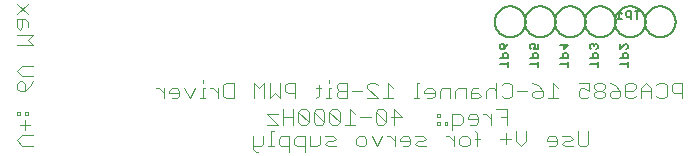
<source format=gbr>
G04 EAGLE Gerber RS-274X export*
G75*
%MOMM*%
%FSLAX34Y34*%
%LPD*%
%INSilkscreen Bottom*%
%IPPOS*%
%AMOC8*
5,1,8,0,0,1.08239X$1,22.5*%
G01*
%ADD10C,0.101600*%
%ADD11C,0.203200*%
%ADD12C,0.152400*%


D10*
X20077Y191008D02*
X11264Y191008D01*
X6858Y195414D01*
X11264Y199821D01*
X20077Y199821D01*
X13468Y204105D02*
X13468Y212918D01*
X17874Y208512D02*
X9061Y208512D01*
X15671Y217203D02*
X15671Y219406D01*
X13468Y219406D01*
X13468Y217203D01*
X15671Y217203D01*
X9061Y217203D02*
X9061Y219406D01*
X6858Y219406D01*
X6858Y217203D01*
X9061Y217203D01*
X17874Y241255D02*
X20077Y245661D01*
X17874Y241255D02*
X13468Y236848D01*
X9061Y236848D01*
X6858Y239052D01*
X6858Y243458D01*
X9061Y245661D01*
X11264Y245661D01*
X13468Y243458D01*
X13468Y236848D01*
X11264Y249946D02*
X20077Y249946D01*
X11264Y249946D02*
X6858Y254352D01*
X11264Y258758D01*
X20077Y258758D01*
X20077Y276140D02*
X6858Y276140D01*
X15671Y280547D02*
X20077Y276140D01*
X15671Y280547D02*
X20077Y284953D01*
X6858Y284953D01*
X15671Y291441D02*
X15671Y295847D01*
X13468Y298050D01*
X6858Y298050D01*
X6858Y291441D01*
X9061Y289237D01*
X11264Y291441D01*
X11264Y298050D01*
X15671Y302335D02*
X6858Y311147D01*
X6858Y302335D02*
X15671Y311147D01*
X490272Y203465D02*
X490272Y192449D01*
X488069Y190246D01*
X483662Y190246D01*
X481459Y192449D01*
X481459Y203465D01*
X477175Y190246D02*
X470565Y190246D01*
X468362Y192449D01*
X470565Y194652D01*
X474972Y194652D01*
X477175Y196856D01*
X474972Y199059D01*
X468362Y199059D01*
X461874Y190246D02*
X457468Y190246D01*
X461874Y190246D02*
X464078Y192449D01*
X464078Y196856D01*
X461874Y199059D01*
X457468Y199059D01*
X455265Y196856D01*
X455265Y194652D01*
X464078Y194652D01*
X437883Y194652D02*
X437883Y203465D01*
X437883Y194652D02*
X433477Y190246D01*
X429070Y194652D01*
X429070Y203465D01*
X424786Y196856D02*
X415973Y196856D01*
X420379Y201262D02*
X420379Y192449D01*
X396388Y190246D02*
X396388Y201262D01*
X394185Y203465D01*
X394185Y196856D02*
X398591Y196856D01*
X387657Y190246D02*
X383250Y190246D01*
X381047Y192449D01*
X381047Y196856D01*
X383250Y199059D01*
X387657Y199059D01*
X389860Y196856D01*
X389860Y192449D01*
X387657Y190246D01*
X376763Y190246D02*
X376763Y199059D01*
X376763Y194652D02*
X372356Y199059D01*
X370153Y199059D01*
X352751Y190246D02*
X346141Y190246D01*
X343938Y192449D01*
X346141Y194652D01*
X350548Y194652D01*
X352751Y196856D01*
X350548Y199059D01*
X343938Y199059D01*
X337450Y190246D02*
X333044Y190246D01*
X337450Y190246D02*
X339654Y192449D01*
X339654Y196856D01*
X337450Y199059D01*
X333044Y199059D01*
X330841Y196856D01*
X330841Y194652D01*
X339654Y194652D01*
X326556Y190246D02*
X326556Y199059D01*
X322150Y199059D02*
X326556Y194652D01*
X322150Y199059D02*
X319947Y199059D01*
X315642Y199059D02*
X311236Y190246D01*
X306829Y199059D01*
X300342Y190246D02*
X295935Y190246D01*
X293732Y192449D01*
X293732Y196856D01*
X295935Y199059D01*
X300342Y199059D01*
X302545Y196856D01*
X302545Y192449D01*
X300342Y190246D01*
X276350Y190246D02*
X269741Y190246D01*
X267537Y192449D01*
X269741Y194652D01*
X274147Y194652D01*
X276350Y196856D01*
X274147Y199059D01*
X267537Y199059D01*
X263253Y199059D02*
X263253Y192449D01*
X261050Y190246D01*
X254440Y190246D01*
X254440Y199059D01*
X250156Y199059D02*
X250156Y185840D01*
X250156Y199059D02*
X243546Y199059D01*
X241343Y196856D01*
X241343Y192449D01*
X243546Y190246D01*
X250156Y190246D01*
X237059Y185840D02*
X237059Y199059D01*
X230449Y199059D01*
X228246Y196856D01*
X228246Y192449D01*
X230449Y190246D01*
X237059Y190246D01*
X223961Y203465D02*
X221758Y203465D01*
X221758Y190246D01*
X223961Y190246D02*
X219555Y190246D01*
X215230Y192449D02*
X215230Y199059D01*
X215230Y192449D02*
X213027Y190246D01*
X206417Y190246D01*
X206417Y188043D02*
X206417Y199059D01*
X206417Y188043D02*
X208620Y185840D01*
X210823Y185840D01*
X569769Y230886D02*
X569769Y244105D01*
X563159Y244105D01*
X560956Y241902D01*
X560956Y237496D01*
X563159Y235292D01*
X569769Y235292D01*
X550062Y244105D02*
X547858Y241902D01*
X550062Y244105D02*
X554468Y244105D01*
X556671Y241902D01*
X556671Y233089D01*
X554468Y230886D01*
X550062Y230886D01*
X547858Y233089D01*
X543574Y230886D02*
X543574Y239699D01*
X539168Y244105D01*
X534761Y239699D01*
X534761Y230886D01*
X534761Y237496D02*
X543574Y237496D01*
X530477Y233089D02*
X528274Y230886D01*
X523867Y230886D01*
X521664Y233089D01*
X521664Y241902D01*
X523867Y244105D01*
X528274Y244105D01*
X530477Y241902D01*
X530477Y239699D01*
X528274Y237496D01*
X521664Y237496D01*
X512973Y241902D02*
X508567Y244105D01*
X512973Y241902D02*
X517380Y237496D01*
X517380Y233089D01*
X515176Y230886D01*
X510770Y230886D01*
X508567Y233089D01*
X508567Y235292D01*
X510770Y237496D01*
X517380Y237496D01*
X504282Y241902D02*
X502079Y244105D01*
X497673Y244105D01*
X495469Y241902D01*
X495469Y239699D01*
X497673Y237496D01*
X495469Y235292D01*
X495469Y233089D01*
X497673Y230886D01*
X502079Y230886D01*
X504282Y233089D01*
X504282Y235292D01*
X502079Y237496D01*
X504282Y239699D01*
X504282Y241902D01*
X502079Y237496D02*
X497673Y237496D01*
X491185Y244105D02*
X482372Y244105D01*
X491185Y244105D02*
X491185Y237496D01*
X486779Y239699D01*
X484575Y239699D01*
X482372Y237496D01*
X482372Y233089D01*
X484575Y230886D01*
X488982Y230886D01*
X491185Y233089D01*
X464991Y239699D02*
X460584Y244105D01*
X460584Y230886D01*
X456178Y230886D02*
X464991Y230886D01*
X447487Y241902D02*
X443080Y244105D01*
X447487Y241902D02*
X451893Y237496D01*
X451893Y233089D01*
X449690Y230886D01*
X445284Y230886D01*
X443080Y233089D01*
X443080Y235292D01*
X445284Y237496D01*
X451893Y237496D01*
X438796Y237496D02*
X429983Y237496D01*
X419089Y244105D02*
X416886Y241902D01*
X419089Y244105D02*
X423496Y244105D01*
X425699Y241902D01*
X425699Y233089D01*
X423496Y230886D01*
X419089Y230886D01*
X416886Y233089D01*
X412602Y230886D02*
X412602Y244105D01*
X410398Y239699D02*
X412602Y237496D01*
X410398Y239699D02*
X405992Y239699D01*
X403789Y237496D01*
X403789Y230886D01*
X397301Y239699D02*
X392895Y239699D01*
X390691Y237496D01*
X390691Y230886D01*
X397301Y230886D01*
X399504Y233089D01*
X397301Y235292D01*
X390691Y235292D01*
X386407Y230886D02*
X386407Y239699D01*
X379797Y239699D01*
X377594Y237496D01*
X377594Y230886D01*
X373310Y230886D02*
X373310Y239699D01*
X366700Y239699D01*
X364497Y237496D01*
X364497Y230886D01*
X358009Y230886D02*
X353603Y230886D01*
X358009Y230886D02*
X360213Y233089D01*
X360213Y237496D01*
X358009Y239699D01*
X353603Y239699D01*
X351400Y237496D01*
X351400Y235292D01*
X360213Y235292D01*
X347115Y244105D02*
X344912Y244105D01*
X344912Y230886D01*
X347115Y230886D02*
X342709Y230886D01*
X325287Y239699D02*
X320880Y244105D01*
X320880Y230886D01*
X316474Y230886D02*
X325287Y230886D01*
X312189Y230886D02*
X303376Y230886D01*
X312189Y230886D02*
X303376Y239699D01*
X303376Y241902D01*
X305580Y244105D01*
X309986Y244105D01*
X312189Y241902D01*
X299092Y237496D02*
X290279Y237496D01*
X285995Y230886D02*
X285995Y244105D01*
X279385Y244105D01*
X277182Y241902D01*
X277182Y239699D01*
X279385Y237496D01*
X277182Y235292D01*
X277182Y233089D01*
X279385Y230886D01*
X285995Y230886D01*
X285995Y237496D02*
X279385Y237496D01*
X272898Y239699D02*
X270694Y239699D01*
X270694Y230886D01*
X268491Y230886D02*
X272898Y230886D01*
X270694Y244105D02*
X270694Y246309D01*
X261963Y241902D02*
X261963Y233089D01*
X259760Y230886D01*
X259760Y239699D02*
X264166Y239699D01*
X242337Y244105D02*
X242337Y230886D01*
X242337Y244105D02*
X235728Y244105D01*
X233524Y241902D01*
X233524Y237496D01*
X235728Y235292D01*
X242337Y235292D01*
X229240Y230886D02*
X229240Y244105D01*
X224834Y235292D02*
X229240Y230886D01*
X224834Y235292D02*
X220427Y230886D01*
X220427Y244105D01*
X216143Y244105D02*
X216143Y230886D01*
X211736Y239699D02*
X216143Y244105D01*
X211736Y239699D02*
X207330Y244105D01*
X207330Y230886D01*
X189948Y230886D02*
X189948Y244105D01*
X189948Y230886D02*
X183339Y230886D01*
X181135Y233089D01*
X181135Y241902D01*
X183339Y244105D01*
X189948Y244105D01*
X176851Y239699D02*
X176851Y230886D01*
X176851Y235292D02*
X172445Y239699D01*
X170241Y239699D01*
X165937Y239699D02*
X163733Y239699D01*
X163733Y230886D01*
X161530Y230886D02*
X165937Y230886D01*
X163733Y244105D02*
X163733Y246309D01*
X157205Y239699D02*
X152799Y230886D01*
X148392Y239699D01*
X141905Y230886D02*
X137498Y230886D01*
X141905Y230886D02*
X144108Y233089D01*
X144108Y237496D01*
X141905Y239699D01*
X137498Y239699D01*
X135295Y237496D01*
X135295Y235292D01*
X144108Y235292D01*
X131011Y230886D02*
X131011Y239699D01*
X131011Y235292D02*
X126604Y239699D01*
X124401Y239699D01*
X421132Y222007D02*
X421132Y208788D01*
X421132Y222007D02*
X412319Y222007D01*
X416726Y215398D02*
X421132Y215398D01*
X408035Y217601D02*
X408035Y208788D01*
X408035Y213194D02*
X403628Y217601D01*
X401425Y217601D01*
X394917Y208788D02*
X390511Y208788D01*
X394917Y208788D02*
X397120Y210991D01*
X397120Y215398D01*
X394917Y217601D01*
X390511Y217601D01*
X388308Y215398D01*
X388308Y213194D01*
X397120Y213194D01*
X375210Y217601D02*
X375210Y204382D01*
X375210Y217601D02*
X381820Y217601D01*
X384023Y215398D01*
X384023Y210991D01*
X381820Y208788D01*
X375210Y208788D01*
X370926Y208788D02*
X370926Y210991D01*
X368723Y210991D01*
X368723Y208788D01*
X370926Y208788D01*
X364377Y217601D02*
X362174Y217601D01*
X362174Y215398D01*
X364377Y215398D01*
X364377Y217601D01*
X364377Y210991D02*
X362174Y210991D01*
X362174Y208788D01*
X364377Y208788D01*
X364377Y210991D01*
X325622Y208788D02*
X325622Y222007D01*
X332232Y215398D01*
X323419Y215398D01*
X319135Y219804D02*
X319135Y210991D01*
X319135Y219804D02*
X316932Y222007D01*
X312525Y222007D01*
X310322Y219804D01*
X310322Y210991D01*
X312525Y208788D01*
X316932Y208788D01*
X319135Y210991D01*
X310322Y219804D01*
X306038Y215398D02*
X297225Y215398D01*
X292940Y217601D02*
X288534Y222007D01*
X288534Y208788D01*
X292940Y208788D02*
X284127Y208788D01*
X279843Y210991D02*
X279843Y219804D01*
X277640Y222007D01*
X273233Y222007D01*
X271030Y219804D01*
X271030Y210991D01*
X273233Y208788D01*
X277640Y208788D01*
X279843Y210991D01*
X271030Y219804D01*
X266746Y219804D02*
X266746Y210991D01*
X266746Y219804D02*
X264543Y222007D01*
X260136Y222007D01*
X257933Y219804D01*
X257933Y210991D01*
X260136Y208788D01*
X264543Y208788D01*
X266746Y210991D01*
X257933Y219804D01*
X253649Y219804D02*
X253649Y210991D01*
X253649Y219804D02*
X251445Y222007D01*
X247039Y222007D01*
X244836Y219804D01*
X244836Y210991D01*
X247039Y208788D01*
X251445Y208788D01*
X253649Y210991D01*
X244836Y219804D01*
X240551Y222007D02*
X240551Y208788D01*
X240551Y215398D02*
X231738Y215398D01*
X231738Y222007D02*
X231738Y208788D01*
X227454Y217601D02*
X218641Y217601D01*
X227454Y208788D01*
X218641Y208788D01*
D11*
X538151Y295910D02*
X538155Y296230D01*
X538167Y296549D01*
X538186Y296868D01*
X538214Y297187D01*
X538249Y297505D01*
X538292Y297822D01*
X538343Y298137D01*
X538401Y298452D01*
X538468Y298765D01*
X538541Y299076D01*
X538623Y299385D01*
X538712Y299692D01*
X538809Y299997D01*
X538913Y300299D01*
X539024Y300599D01*
X539143Y300896D01*
X539269Y301190D01*
X539402Y301481D01*
X539542Y301768D01*
X539689Y302052D01*
X539844Y302332D01*
X540005Y302608D01*
X540172Y302880D01*
X540347Y303149D01*
X540528Y303412D01*
X540715Y303671D01*
X540909Y303926D01*
X541108Y304176D01*
X541314Y304420D01*
X541526Y304660D01*
X541744Y304894D01*
X541967Y305123D01*
X542196Y305346D01*
X542430Y305564D01*
X542670Y305776D01*
X542914Y305982D01*
X543164Y306181D01*
X543419Y306375D01*
X543678Y306562D01*
X543941Y306743D01*
X544210Y306918D01*
X544482Y307085D01*
X544758Y307246D01*
X545038Y307401D01*
X545322Y307548D01*
X545609Y307688D01*
X545900Y307821D01*
X546194Y307947D01*
X546491Y308066D01*
X546791Y308177D01*
X547093Y308281D01*
X547398Y308378D01*
X547705Y308467D01*
X548014Y308549D01*
X548325Y308622D01*
X548638Y308689D01*
X548953Y308747D01*
X549268Y308798D01*
X549585Y308841D01*
X549903Y308876D01*
X550222Y308904D01*
X550541Y308923D01*
X550860Y308935D01*
X551180Y308939D01*
X551500Y308935D01*
X551819Y308923D01*
X552138Y308904D01*
X552457Y308876D01*
X552775Y308841D01*
X553092Y308798D01*
X553407Y308747D01*
X553722Y308689D01*
X554035Y308622D01*
X554346Y308549D01*
X554655Y308467D01*
X554962Y308378D01*
X555267Y308281D01*
X555569Y308177D01*
X555869Y308066D01*
X556166Y307947D01*
X556460Y307821D01*
X556751Y307688D01*
X557038Y307548D01*
X557322Y307401D01*
X557602Y307246D01*
X557878Y307085D01*
X558150Y306918D01*
X558419Y306743D01*
X558682Y306562D01*
X558941Y306375D01*
X559196Y306181D01*
X559446Y305982D01*
X559690Y305776D01*
X559930Y305564D01*
X560164Y305346D01*
X560393Y305123D01*
X560616Y304894D01*
X560834Y304660D01*
X561046Y304420D01*
X561252Y304176D01*
X561451Y303926D01*
X561645Y303671D01*
X561832Y303412D01*
X562013Y303149D01*
X562188Y302880D01*
X562355Y302608D01*
X562516Y302332D01*
X562671Y302052D01*
X562818Y301768D01*
X562958Y301481D01*
X563091Y301190D01*
X563217Y300896D01*
X563336Y300599D01*
X563447Y300299D01*
X563551Y299997D01*
X563648Y299692D01*
X563737Y299385D01*
X563819Y299076D01*
X563892Y298765D01*
X563959Y298452D01*
X564017Y298137D01*
X564068Y297822D01*
X564111Y297505D01*
X564146Y297187D01*
X564174Y296868D01*
X564193Y296549D01*
X564205Y296230D01*
X564209Y295910D01*
X564205Y295590D01*
X564193Y295271D01*
X564174Y294952D01*
X564146Y294633D01*
X564111Y294315D01*
X564068Y293998D01*
X564017Y293683D01*
X563959Y293368D01*
X563892Y293055D01*
X563819Y292744D01*
X563737Y292435D01*
X563648Y292128D01*
X563551Y291823D01*
X563447Y291521D01*
X563336Y291221D01*
X563217Y290924D01*
X563091Y290630D01*
X562958Y290339D01*
X562818Y290052D01*
X562671Y289768D01*
X562516Y289488D01*
X562355Y289212D01*
X562188Y288940D01*
X562013Y288671D01*
X561832Y288408D01*
X561645Y288149D01*
X561451Y287894D01*
X561252Y287644D01*
X561046Y287400D01*
X560834Y287160D01*
X560616Y286926D01*
X560393Y286697D01*
X560164Y286474D01*
X559930Y286256D01*
X559690Y286044D01*
X559446Y285838D01*
X559196Y285639D01*
X558941Y285445D01*
X558682Y285258D01*
X558419Y285077D01*
X558150Y284902D01*
X557878Y284735D01*
X557602Y284574D01*
X557322Y284419D01*
X557038Y284272D01*
X556751Y284132D01*
X556460Y283999D01*
X556166Y283873D01*
X555869Y283754D01*
X555569Y283643D01*
X555267Y283539D01*
X554962Y283442D01*
X554655Y283353D01*
X554346Y283271D01*
X554035Y283198D01*
X553722Y283131D01*
X553407Y283073D01*
X553092Y283022D01*
X552775Y282979D01*
X552457Y282944D01*
X552138Y282916D01*
X551819Y282897D01*
X551500Y282885D01*
X551180Y282881D01*
X550860Y282885D01*
X550541Y282897D01*
X550222Y282916D01*
X549903Y282944D01*
X549585Y282979D01*
X549268Y283022D01*
X548953Y283073D01*
X548638Y283131D01*
X548325Y283198D01*
X548014Y283271D01*
X547705Y283353D01*
X547398Y283442D01*
X547093Y283539D01*
X546791Y283643D01*
X546491Y283754D01*
X546194Y283873D01*
X545900Y283999D01*
X545609Y284132D01*
X545322Y284272D01*
X545038Y284419D01*
X544758Y284574D01*
X544482Y284735D01*
X544210Y284902D01*
X543941Y285077D01*
X543678Y285258D01*
X543419Y285445D01*
X543164Y285639D01*
X542914Y285838D01*
X542670Y286044D01*
X542430Y286256D01*
X542196Y286474D01*
X541967Y286697D01*
X541744Y286926D01*
X541526Y287160D01*
X541314Y287400D01*
X541108Y287644D01*
X540909Y287894D01*
X540715Y288149D01*
X540528Y288408D01*
X540347Y288671D01*
X540172Y288940D01*
X540005Y289212D01*
X539844Y289488D01*
X539689Y289768D01*
X539542Y290052D01*
X539402Y290339D01*
X539269Y290630D01*
X539143Y290924D01*
X539024Y291221D01*
X538913Y291521D01*
X538809Y291823D01*
X538712Y292128D01*
X538623Y292435D01*
X538541Y292744D01*
X538468Y293055D01*
X538401Y293368D01*
X538343Y293683D01*
X538292Y293998D01*
X538249Y294315D01*
X538214Y294633D01*
X538186Y294952D01*
X538167Y295271D01*
X538155Y295590D01*
X538151Y295910D01*
D12*
X531705Y297942D02*
X531705Y304552D01*
X533908Y304552D02*
X529502Y304552D01*
X526424Y304552D02*
X526424Y297942D01*
X526424Y304552D02*
X523119Y304552D01*
X522017Y303450D01*
X522017Y301247D01*
X523119Y300145D01*
X526424Y300145D01*
X518940Y302348D02*
X516737Y304552D01*
X516737Y297942D01*
X518940Y297942D02*
X514533Y297942D01*
D11*
X512751Y295910D02*
X512755Y296230D01*
X512767Y296549D01*
X512786Y296868D01*
X512814Y297187D01*
X512849Y297505D01*
X512892Y297822D01*
X512943Y298137D01*
X513001Y298452D01*
X513068Y298765D01*
X513141Y299076D01*
X513223Y299385D01*
X513312Y299692D01*
X513409Y299997D01*
X513513Y300299D01*
X513624Y300599D01*
X513743Y300896D01*
X513869Y301190D01*
X514002Y301481D01*
X514142Y301768D01*
X514289Y302052D01*
X514444Y302332D01*
X514605Y302608D01*
X514772Y302880D01*
X514947Y303149D01*
X515128Y303412D01*
X515315Y303671D01*
X515509Y303926D01*
X515708Y304176D01*
X515914Y304420D01*
X516126Y304660D01*
X516344Y304894D01*
X516567Y305123D01*
X516796Y305346D01*
X517030Y305564D01*
X517270Y305776D01*
X517514Y305982D01*
X517764Y306181D01*
X518019Y306375D01*
X518278Y306562D01*
X518541Y306743D01*
X518810Y306918D01*
X519082Y307085D01*
X519358Y307246D01*
X519638Y307401D01*
X519922Y307548D01*
X520209Y307688D01*
X520500Y307821D01*
X520794Y307947D01*
X521091Y308066D01*
X521391Y308177D01*
X521693Y308281D01*
X521998Y308378D01*
X522305Y308467D01*
X522614Y308549D01*
X522925Y308622D01*
X523238Y308689D01*
X523553Y308747D01*
X523868Y308798D01*
X524185Y308841D01*
X524503Y308876D01*
X524822Y308904D01*
X525141Y308923D01*
X525460Y308935D01*
X525780Y308939D01*
X526100Y308935D01*
X526419Y308923D01*
X526738Y308904D01*
X527057Y308876D01*
X527375Y308841D01*
X527692Y308798D01*
X528007Y308747D01*
X528322Y308689D01*
X528635Y308622D01*
X528946Y308549D01*
X529255Y308467D01*
X529562Y308378D01*
X529867Y308281D01*
X530169Y308177D01*
X530469Y308066D01*
X530766Y307947D01*
X531060Y307821D01*
X531351Y307688D01*
X531638Y307548D01*
X531922Y307401D01*
X532202Y307246D01*
X532478Y307085D01*
X532750Y306918D01*
X533019Y306743D01*
X533282Y306562D01*
X533541Y306375D01*
X533796Y306181D01*
X534046Y305982D01*
X534290Y305776D01*
X534530Y305564D01*
X534764Y305346D01*
X534993Y305123D01*
X535216Y304894D01*
X535434Y304660D01*
X535646Y304420D01*
X535852Y304176D01*
X536051Y303926D01*
X536245Y303671D01*
X536432Y303412D01*
X536613Y303149D01*
X536788Y302880D01*
X536955Y302608D01*
X537116Y302332D01*
X537271Y302052D01*
X537418Y301768D01*
X537558Y301481D01*
X537691Y301190D01*
X537817Y300896D01*
X537936Y300599D01*
X538047Y300299D01*
X538151Y299997D01*
X538248Y299692D01*
X538337Y299385D01*
X538419Y299076D01*
X538492Y298765D01*
X538559Y298452D01*
X538617Y298137D01*
X538668Y297822D01*
X538711Y297505D01*
X538746Y297187D01*
X538774Y296868D01*
X538793Y296549D01*
X538805Y296230D01*
X538809Y295910D01*
X538805Y295590D01*
X538793Y295271D01*
X538774Y294952D01*
X538746Y294633D01*
X538711Y294315D01*
X538668Y293998D01*
X538617Y293683D01*
X538559Y293368D01*
X538492Y293055D01*
X538419Y292744D01*
X538337Y292435D01*
X538248Y292128D01*
X538151Y291823D01*
X538047Y291521D01*
X537936Y291221D01*
X537817Y290924D01*
X537691Y290630D01*
X537558Y290339D01*
X537418Y290052D01*
X537271Y289768D01*
X537116Y289488D01*
X536955Y289212D01*
X536788Y288940D01*
X536613Y288671D01*
X536432Y288408D01*
X536245Y288149D01*
X536051Y287894D01*
X535852Y287644D01*
X535646Y287400D01*
X535434Y287160D01*
X535216Y286926D01*
X534993Y286697D01*
X534764Y286474D01*
X534530Y286256D01*
X534290Y286044D01*
X534046Y285838D01*
X533796Y285639D01*
X533541Y285445D01*
X533282Y285258D01*
X533019Y285077D01*
X532750Y284902D01*
X532478Y284735D01*
X532202Y284574D01*
X531922Y284419D01*
X531638Y284272D01*
X531351Y284132D01*
X531060Y283999D01*
X530766Y283873D01*
X530469Y283754D01*
X530169Y283643D01*
X529867Y283539D01*
X529562Y283442D01*
X529255Y283353D01*
X528946Y283271D01*
X528635Y283198D01*
X528322Y283131D01*
X528007Y283073D01*
X527692Y283022D01*
X527375Y282979D01*
X527057Y282944D01*
X526738Y282916D01*
X526419Y282897D01*
X526100Y282885D01*
X525780Y282881D01*
X525460Y282885D01*
X525141Y282897D01*
X524822Y282916D01*
X524503Y282944D01*
X524185Y282979D01*
X523868Y283022D01*
X523553Y283073D01*
X523238Y283131D01*
X522925Y283198D01*
X522614Y283271D01*
X522305Y283353D01*
X521998Y283442D01*
X521693Y283539D01*
X521391Y283643D01*
X521091Y283754D01*
X520794Y283873D01*
X520500Y283999D01*
X520209Y284132D01*
X519922Y284272D01*
X519638Y284419D01*
X519358Y284574D01*
X519082Y284735D01*
X518810Y284902D01*
X518541Y285077D01*
X518278Y285258D01*
X518019Y285445D01*
X517764Y285639D01*
X517514Y285838D01*
X517270Y286044D01*
X517030Y286256D01*
X516796Y286474D01*
X516567Y286697D01*
X516344Y286926D01*
X516126Y287160D01*
X515914Y287400D01*
X515708Y287644D01*
X515509Y287894D01*
X515315Y288149D01*
X515128Y288408D01*
X514947Y288671D01*
X514772Y288940D01*
X514605Y289212D01*
X514444Y289488D01*
X514289Y289768D01*
X514142Y290052D01*
X514002Y290339D01*
X513869Y290630D01*
X513743Y290924D01*
X513624Y291221D01*
X513513Y291521D01*
X513409Y291823D01*
X513312Y292128D01*
X513223Y292435D01*
X513141Y292744D01*
X513068Y293055D01*
X513001Y293368D01*
X512943Y293683D01*
X512892Y293998D01*
X512849Y294315D01*
X512814Y294633D01*
X512786Y294952D01*
X512767Y295271D01*
X512755Y295590D01*
X512751Y295910D01*
D12*
X517144Y259913D02*
X523754Y259913D01*
X523754Y257710D02*
X523754Y262116D01*
X523754Y265194D02*
X517144Y265194D01*
X523754Y265194D02*
X523754Y268499D01*
X522652Y269600D01*
X520449Y269600D01*
X519347Y268499D01*
X519347Y265194D01*
X517144Y272678D02*
X517144Y277084D01*
X517144Y272678D02*
X521550Y277084D01*
X522652Y277084D01*
X523754Y275983D01*
X523754Y273779D01*
X522652Y272678D01*
D11*
X487351Y295910D02*
X487355Y296230D01*
X487367Y296549D01*
X487386Y296868D01*
X487414Y297187D01*
X487449Y297505D01*
X487492Y297822D01*
X487543Y298137D01*
X487601Y298452D01*
X487668Y298765D01*
X487741Y299076D01*
X487823Y299385D01*
X487912Y299692D01*
X488009Y299997D01*
X488113Y300299D01*
X488224Y300599D01*
X488343Y300896D01*
X488469Y301190D01*
X488602Y301481D01*
X488742Y301768D01*
X488889Y302052D01*
X489044Y302332D01*
X489205Y302608D01*
X489372Y302880D01*
X489547Y303149D01*
X489728Y303412D01*
X489915Y303671D01*
X490109Y303926D01*
X490308Y304176D01*
X490514Y304420D01*
X490726Y304660D01*
X490944Y304894D01*
X491167Y305123D01*
X491396Y305346D01*
X491630Y305564D01*
X491870Y305776D01*
X492114Y305982D01*
X492364Y306181D01*
X492619Y306375D01*
X492878Y306562D01*
X493141Y306743D01*
X493410Y306918D01*
X493682Y307085D01*
X493958Y307246D01*
X494238Y307401D01*
X494522Y307548D01*
X494809Y307688D01*
X495100Y307821D01*
X495394Y307947D01*
X495691Y308066D01*
X495991Y308177D01*
X496293Y308281D01*
X496598Y308378D01*
X496905Y308467D01*
X497214Y308549D01*
X497525Y308622D01*
X497838Y308689D01*
X498153Y308747D01*
X498468Y308798D01*
X498785Y308841D01*
X499103Y308876D01*
X499422Y308904D01*
X499741Y308923D01*
X500060Y308935D01*
X500380Y308939D01*
X500700Y308935D01*
X501019Y308923D01*
X501338Y308904D01*
X501657Y308876D01*
X501975Y308841D01*
X502292Y308798D01*
X502607Y308747D01*
X502922Y308689D01*
X503235Y308622D01*
X503546Y308549D01*
X503855Y308467D01*
X504162Y308378D01*
X504467Y308281D01*
X504769Y308177D01*
X505069Y308066D01*
X505366Y307947D01*
X505660Y307821D01*
X505951Y307688D01*
X506238Y307548D01*
X506522Y307401D01*
X506802Y307246D01*
X507078Y307085D01*
X507350Y306918D01*
X507619Y306743D01*
X507882Y306562D01*
X508141Y306375D01*
X508396Y306181D01*
X508646Y305982D01*
X508890Y305776D01*
X509130Y305564D01*
X509364Y305346D01*
X509593Y305123D01*
X509816Y304894D01*
X510034Y304660D01*
X510246Y304420D01*
X510452Y304176D01*
X510651Y303926D01*
X510845Y303671D01*
X511032Y303412D01*
X511213Y303149D01*
X511388Y302880D01*
X511555Y302608D01*
X511716Y302332D01*
X511871Y302052D01*
X512018Y301768D01*
X512158Y301481D01*
X512291Y301190D01*
X512417Y300896D01*
X512536Y300599D01*
X512647Y300299D01*
X512751Y299997D01*
X512848Y299692D01*
X512937Y299385D01*
X513019Y299076D01*
X513092Y298765D01*
X513159Y298452D01*
X513217Y298137D01*
X513268Y297822D01*
X513311Y297505D01*
X513346Y297187D01*
X513374Y296868D01*
X513393Y296549D01*
X513405Y296230D01*
X513409Y295910D01*
X513405Y295590D01*
X513393Y295271D01*
X513374Y294952D01*
X513346Y294633D01*
X513311Y294315D01*
X513268Y293998D01*
X513217Y293683D01*
X513159Y293368D01*
X513092Y293055D01*
X513019Y292744D01*
X512937Y292435D01*
X512848Y292128D01*
X512751Y291823D01*
X512647Y291521D01*
X512536Y291221D01*
X512417Y290924D01*
X512291Y290630D01*
X512158Y290339D01*
X512018Y290052D01*
X511871Y289768D01*
X511716Y289488D01*
X511555Y289212D01*
X511388Y288940D01*
X511213Y288671D01*
X511032Y288408D01*
X510845Y288149D01*
X510651Y287894D01*
X510452Y287644D01*
X510246Y287400D01*
X510034Y287160D01*
X509816Y286926D01*
X509593Y286697D01*
X509364Y286474D01*
X509130Y286256D01*
X508890Y286044D01*
X508646Y285838D01*
X508396Y285639D01*
X508141Y285445D01*
X507882Y285258D01*
X507619Y285077D01*
X507350Y284902D01*
X507078Y284735D01*
X506802Y284574D01*
X506522Y284419D01*
X506238Y284272D01*
X505951Y284132D01*
X505660Y283999D01*
X505366Y283873D01*
X505069Y283754D01*
X504769Y283643D01*
X504467Y283539D01*
X504162Y283442D01*
X503855Y283353D01*
X503546Y283271D01*
X503235Y283198D01*
X502922Y283131D01*
X502607Y283073D01*
X502292Y283022D01*
X501975Y282979D01*
X501657Y282944D01*
X501338Y282916D01*
X501019Y282897D01*
X500700Y282885D01*
X500380Y282881D01*
X500060Y282885D01*
X499741Y282897D01*
X499422Y282916D01*
X499103Y282944D01*
X498785Y282979D01*
X498468Y283022D01*
X498153Y283073D01*
X497838Y283131D01*
X497525Y283198D01*
X497214Y283271D01*
X496905Y283353D01*
X496598Y283442D01*
X496293Y283539D01*
X495991Y283643D01*
X495691Y283754D01*
X495394Y283873D01*
X495100Y283999D01*
X494809Y284132D01*
X494522Y284272D01*
X494238Y284419D01*
X493958Y284574D01*
X493682Y284735D01*
X493410Y284902D01*
X493141Y285077D01*
X492878Y285258D01*
X492619Y285445D01*
X492364Y285639D01*
X492114Y285838D01*
X491870Y286044D01*
X491630Y286256D01*
X491396Y286474D01*
X491167Y286697D01*
X490944Y286926D01*
X490726Y287160D01*
X490514Y287400D01*
X490308Y287644D01*
X490109Y287894D01*
X489915Y288149D01*
X489728Y288408D01*
X489547Y288671D01*
X489372Y288940D01*
X489205Y289212D01*
X489044Y289488D01*
X488889Y289768D01*
X488742Y290052D01*
X488602Y290339D01*
X488469Y290630D01*
X488343Y290924D01*
X488224Y291221D01*
X488113Y291521D01*
X488009Y291823D01*
X487912Y292128D01*
X487823Y292435D01*
X487741Y292744D01*
X487668Y293055D01*
X487601Y293368D01*
X487543Y293683D01*
X487492Y293998D01*
X487449Y294315D01*
X487414Y294633D01*
X487386Y294952D01*
X487367Y295271D01*
X487355Y295590D01*
X487351Y295910D01*
D12*
X491744Y259913D02*
X498354Y259913D01*
X498354Y257710D02*
X498354Y262116D01*
X498354Y265194D02*
X491744Y265194D01*
X498354Y265194D02*
X498354Y268499D01*
X497252Y269600D01*
X495049Y269600D01*
X493947Y268499D01*
X493947Y265194D01*
X497252Y272678D02*
X498354Y273779D01*
X498354Y275983D01*
X497252Y277084D01*
X496150Y277084D01*
X495049Y275983D01*
X495049Y274881D01*
X495049Y275983D02*
X493947Y277084D01*
X492846Y277084D01*
X491744Y275983D01*
X491744Y273779D01*
X492846Y272678D01*
D11*
X461951Y295910D02*
X461955Y296230D01*
X461967Y296549D01*
X461986Y296868D01*
X462014Y297187D01*
X462049Y297505D01*
X462092Y297822D01*
X462143Y298137D01*
X462201Y298452D01*
X462268Y298765D01*
X462341Y299076D01*
X462423Y299385D01*
X462512Y299692D01*
X462609Y299997D01*
X462713Y300299D01*
X462824Y300599D01*
X462943Y300896D01*
X463069Y301190D01*
X463202Y301481D01*
X463342Y301768D01*
X463489Y302052D01*
X463644Y302332D01*
X463805Y302608D01*
X463972Y302880D01*
X464147Y303149D01*
X464328Y303412D01*
X464515Y303671D01*
X464709Y303926D01*
X464908Y304176D01*
X465114Y304420D01*
X465326Y304660D01*
X465544Y304894D01*
X465767Y305123D01*
X465996Y305346D01*
X466230Y305564D01*
X466470Y305776D01*
X466714Y305982D01*
X466964Y306181D01*
X467219Y306375D01*
X467478Y306562D01*
X467741Y306743D01*
X468010Y306918D01*
X468282Y307085D01*
X468558Y307246D01*
X468838Y307401D01*
X469122Y307548D01*
X469409Y307688D01*
X469700Y307821D01*
X469994Y307947D01*
X470291Y308066D01*
X470591Y308177D01*
X470893Y308281D01*
X471198Y308378D01*
X471505Y308467D01*
X471814Y308549D01*
X472125Y308622D01*
X472438Y308689D01*
X472753Y308747D01*
X473068Y308798D01*
X473385Y308841D01*
X473703Y308876D01*
X474022Y308904D01*
X474341Y308923D01*
X474660Y308935D01*
X474980Y308939D01*
X475300Y308935D01*
X475619Y308923D01*
X475938Y308904D01*
X476257Y308876D01*
X476575Y308841D01*
X476892Y308798D01*
X477207Y308747D01*
X477522Y308689D01*
X477835Y308622D01*
X478146Y308549D01*
X478455Y308467D01*
X478762Y308378D01*
X479067Y308281D01*
X479369Y308177D01*
X479669Y308066D01*
X479966Y307947D01*
X480260Y307821D01*
X480551Y307688D01*
X480838Y307548D01*
X481122Y307401D01*
X481402Y307246D01*
X481678Y307085D01*
X481950Y306918D01*
X482219Y306743D01*
X482482Y306562D01*
X482741Y306375D01*
X482996Y306181D01*
X483246Y305982D01*
X483490Y305776D01*
X483730Y305564D01*
X483964Y305346D01*
X484193Y305123D01*
X484416Y304894D01*
X484634Y304660D01*
X484846Y304420D01*
X485052Y304176D01*
X485251Y303926D01*
X485445Y303671D01*
X485632Y303412D01*
X485813Y303149D01*
X485988Y302880D01*
X486155Y302608D01*
X486316Y302332D01*
X486471Y302052D01*
X486618Y301768D01*
X486758Y301481D01*
X486891Y301190D01*
X487017Y300896D01*
X487136Y300599D01*
X487247Y300299D01*
X487351Y299997D01*
X487448Y299692D01*
X487537Y299385D01*
X487619Y299076D01*
X487692Y298765D01*
X487759Y298452D01*
X487817Y298137D01*
X487868Y297822D01*
X487911Y297505D01*
X487946Y297187D01*
X487974Y296868D01*
X487993Y296549D01*
X488005Y296230D01*
X488009Y295910D01*
X488005Y295590D01*
X487993Y295271D01*
X487974Y294952D01*
X487946Y294633D01*
X487911Y294315D01*
X487868Y293998D01*
X487817Y293683D01*
X487759Y293368D01*
X487692Y293055D01*
X487619Y292744D01*
X487537Y292435D01*
X487448Y292128D01*
X487351Y291823D01*
X487247Y291521D01*
X487136Y291221D01*
X487017Y290924D01*
X486891Y290630D01*
X486758Y290339D01*
X486618Y290052D01*
X486471Y289768D01*
X486316Y289488D01*
X486155Y289212D01*
X485988Y288940D01*
X485813Y288671D01*
X485632Y288408D01*
X485445Y288149D01*
X485251Y287894D01*
X485052Y287644D01*
X484846Y287400D01*
X484634Y287160D01*
X484416Y286926D01*
X484193Y286697D01*
X483964Y286474D01*
X483730Y286256D01*
X483490Y286044D01*
X483246Y285838D01*
X482996Y285639D01*
X482741Y285445D01*
X482482Y285258D01*
X482219Y285077D01*
X481950Y284902D01*
X481678Y284735D01*
X481402Y284574D01*
X481122Y284419D01*
X480838Y284272D01*
X480551Y284132D01*
X480260Y283999D01*
X479966Y283873D01*
X479669Y283754D01*
X479369Y283643D01*
X479067Y283539D01*
X478762Y283442D01*
X478455Y283353D01*
X478146Y283271D01*
X477835Y283198D01*
X477522Y283131D01*
X477207Y283073D01*
X476892Y283022D01*
X476575Y282979D01*
X476257Y282944D01*
X475938Y282916D01*
X475619Y282897D01*
X475300Y282885D01*
X474980Y282881D01*
X474660Y282885D01*
X474341Y282897D01*
X474022Y282916D01*
X473703Y282944D01*
X473385Y282979D01*
X473068Y283022D01*
X472753Y283073D01*
X472438Y283131D01*
X472125Y283198D01*
X471814Y283271D01*
X471505Y283353D01*
X471198Y283442D01*
X470893Y283539D01*
X470591Y283643D01*
X470291Y283754D01*
X469994Y283873D01*
X469700Y283999D01*
X469409Y284132D01*
X469122Y284272D01*
X468838Y284419D01*
X468558Y284574D01*
X468282Y284735D01*
X468010Y284902D01*
X467741Y285077D01*
X467478Y285258D01*
X467219Y285445D01*
X466964Y285639D01*
X466714Y285838D01*
X466470Y286044D01*
X466230Y286256D01*
X465996Y286474D01*
X465767Y286697D01*
X465544Y286926D01*
X465326Y287160D01*
X465114Y287400D01*
X464908Y287644D01*
X464709Y287894D01*
X464515Y288149D01*
X464328Y288408D01*
X464147Y288671D01*
X463972Y288940D01*
X463805Y289212D01*
X463644Y289488D01*
X463489Y289768D01*
X463342Y290052D01*
X463202Y290339D01*
X463069Y290630D01*
X462943Y290924D01*
X462824Y291221D01*
X462713Y291521D01*
X462609Y291823D01*
X462512Y292128D01*
X462423Y292435D01*
X462341Y292744D01*
X462268Y293055D01*
X462201Y293368D01*
X462143Y293683D01*
X462092Y293998D01*
X462049Y294315D01*
X462014Y294633D01*
X461986Y294952D01*
X461967Y295271D01*
X461955Y295590D01*
X461951Y295910D01*
D12*
X466344Y259913D02*
X472954Y259913D01*
X472954Y257710D02*
X472954Y262116D01*
X472954Y265194D02*
X466344Y265194D01*
X472954Y265194D02*
X472954Y268499D01*
X471852Y269600D01*
X469649Y269600D01*
X468547Y268499D01*
X468547Y265194D01*
X466344Y275983D02*
X472954Y275983D01*
X469649Y272678D01*
X469649Y277084D01*
D11*
X436551Y295910D02*
X436555Y296230D01*
X436567Y296549D01*
X436586Y296868D01*
X436614Y297187D01*
X436649Y297505D01*
X436692Y297822D01*
X436743Y298137D01*
X436801Y298452D01*
X436868Y298765D01*
X436941Y299076D01*
X437023Y299385D01*
X437112Y299692D01*
X437209Y299997D01*
X437313Y300299D01*
X437424Y300599D01*
X437543Y300896D01*
X437669Y301190D01*
X437802Y301481D01*
X437942Y301768D01*
X438089Y302052D01*
X438244Y302332D01*
X438405Y302608D01*
X438572Y302880D01*
X438747Y303149D01*
X438928Y303412D01*
X439115Y303671D01*
X439309Y303926D01*
X439508Y304176D01*
X439714Y304420D01*
X439926Y304660D01*
X440144Y304894D01*
X440367Y305123D01*
X440596Y305346D01*
X440830Y305564D01*
X441070Y305776D01*
X441314Y305982D01*
X441564Y306181D01*
X441819Y306375D01*
X442078Y306562D01*
X442341Y306743D01*
X442610Y306918D01*
X442882Y307085D01*
X443158Y307246D01*
X443438Y307401D01*
X443722Y307548D01*
X444009Y307688D01*
X444300Y307821D01*
X444594Y307947D01*
X444891Y308066D01*
X445191Y308177D01*
X445493Y308281D01*
X445798Y308378D01*
X446105Y308467D01*
X446414Y308549D01*
X446725Y308622D01*
X447038Y308689D01*
X447353Y308747D01*
X447668Y308798D01*
X447985Y308841D01*
X448303Y308876D01*
X448622Y308904D01*
X448941Y308923D01*
X449260Y308935D01*
X449580Y308939D01*
X449900Y308935D01*
X450219Y308923D01*
X450538Y308904D01*
X450857Y308876D01*
X451175Y308841D01*
X451492Y308798D01*
X451807Y308747D01*
X452122Y308689D01*
X452435Y308622D01*
X452746Y308549D01*
X453055Y308467D01*
X453362Y308378D01*
X453667Y308281D01*
X453969Y308177D01*
X454269Y308066D01*
X454566Y307947D01*
X454860Y307821D01*
X455151Y307688D01*
X455438Y307548D01*
X455722Y307401D01*
X456002Y307246D01*
X456278Y307085D01*
X456550Y306918D01*
X456819Y306743D01*
X457082Y306562D01*
X457341Y306375D01*
X457596Y306181D01*
X457846Y305982D01*
X458090Y305776D01*
X458330Y305564D01*
X458564Y305346D01*
X458793Y305123D01*
X459016Y304894D01*
X459234Y304660D01*
X459446Y304420D01*
X459652Y304176D01*
X459851Y303926D01*
X460045Y303671D01*
X460232Y303412D01*
X460413Y303149D01*
X460588Y302880D01*
X460755Y302608D01*
X460916Y302332D01*
X461071Y302052D01*
X461218Y301768D01*
X461358Y301481D01*
X461491Y301190D01*
X461617Y300896D01*
X461736Y300599D01*
X461847Y300299D01*
X461951Y299997D01*
X462048Y299692D01*
X462137Y299385D01*
X462219Y299076D01*
X462292Y298765D01*
X462359Y298452D01*
X462417Y298137D01*
X462468Y297822D01*
X462511Y297505D01*
X462546Y297187D01*
X462574Y296868D01*
X462593Y296549D01*
X462605Y296230D01*
X462609Y295910D01*
X462605Y295590D01*
X462593Y295271D01*
X462574Y294952D01*
X462546Y294633D01*
X462511Y294315D01*
X462468Y293998D01*
X462417Y293683D01*
X462359Y293368D01*
X462292Y293055D01*
X462219Y292744D01*
X462137Y292435D01*
X462048Y292128D01*
X461951Y291823D01*
X461847Y291521D01*
X461736Y291221D01*
X461617Y290924D01*
X461491Y290630D01*
X461358Y290339D01*
X461218Y290052D01*
X461071Y289768D01*
X460916Y289488D01*
X460755Y289212D01*
X460588Y288940D01*
X460413Y288671D01*
X460232Y288408D01*
X460045Y288149D01*
X459851Y287894D01*
X459652Y287644D01*
X459446Y287400D01*
X459234Y287160D01*
X459016Y286926D01*
X458793Y286697D01*
X458564Y286474D01*
X458330Y286256D01*
X458090Y286044D01*
X457846Y285838D01*
X457596Y285639D01*
X457341Y285445D01*
X457082Y285258D01*
X456819Y285077D01*
X456550Y284902D01*
X456278Y284735D01*
X456002Y284574D01*
X455722Y284419D01*
X455438Y284272D01*
X455151Y284132D01*
X454860Y283999D01*
X454566Y283873D01*
X454269Y283754D01*
X453969Y283643D01*
X453667Y283539D01*
X453362Y283442D01*
X453055Y283353D01*
X452746Y283271D01*
X452435Y283198D01*
X452122Y283131D01*
X451807Y283073D01*
X451492Y283022D01*
X451175Y282979D01*
X450857Y282944D01*
X450538Y282916D01*
X450219Y282897D01*
X449900Y282885D01*
X449580Y282881D01*
X449260Y282885D01*
X448941Y282897D01*
X448622Y282916D01*
X448303Y282944D01*
X447985Y282979D01*
X447668Y283022D01*
X447353Y283073D01*
X447038Y283131D01*
X446725Y283198D01*
X446414Y283271D01*
X446105Y283353D01*
X445798Y283442D01*
X445493Y283539D01*
X445191Y283643D01*
X444891Y283754D01*
X444594Y283873D01*
X444300Y283999D01*
X444009Y284132D01*
X443722Y284272D01*
X443438Y284419D01*
X443158Y284574D01*
X442882Y284735D01*
X442610Y284902D01*
X442341Y285077D01*
X442078Y285258D01*
X441819Y285445D01*
X441564Y285639D01*
X441314Y285838D01*
X441070Y286044D01*
X440830Y286256D01*
X440596Y286474D01*
X440367Y286697D01*
X440144Y286926D01*
X439926Y287160D01*
X439714Y287400D01*
X439508Y287644D01*
X439309Y287894D01*
X439115Y288149D01*
X438928Y288408D01*
X438747Y288671D01*
X438572Y288940D01*
X438405Y289212D01*
X438244Y289488D01*
X438089Y289768D01*
X437942Y290052D01*
X437802Y290339D01*
X437669Y290630D01*
X437543Y290924D01*
X437424Y291221D01*
X437313Y291521D01*
X437209Y291823D01*
X437112Y292128D01*
X437023Y292435D01*
X436941Y292744D01*
X436868Y293055D01*
X436801Y293368D01*
X436743Y293683D01*
X436692Y293998D01*
X436649Y294315D01*
X436614Y294633D01*
X436586Y294952D01*
X436567Y295271D01*
X436555Y295590D01*
X436551Y295910D01*
D12*
X440944Y259913D02*
X447554Y259913D01*
X447554Y257710D02*
X447554Y262116D01*
X447554Y265194D02*
X440944Y265194D01*
X447554Y265194D02*
X447554Y268499D01*
X446452Y269600D01*
X444249Y269600D01*
X443147Y268499D01*
X443147Y265194D01*
X447554Y272678D02*
X447554Y277084D01*
X447554Y272678D02*
X444249Y272678D01*
X445350Y274881D01*
X445350Y275983D01*
X444249Y277084D01*
X442046Y277084D01*
X440944Y275983D01*
X440944Y273779D01*
X442046Y272678D01*
D11*
X411151Y295910D02*
X411155Y296230D01*
X411167Y296549D01*
X411186Y296868D01*
X411214Y297187D01*
X411249Y297505D01*
X411292Y297822D01*
X411343Y298137D01*
X411401Y298452D01*
X411468Y298765D01*
X411541Y299076D01*
X411623Y299385D01*
X411712Y299692D01*
X411809Y299997D01*
X411913Y300299D01*
X412024Y300599D01*
X412143Y300896D01*
X412269Y301190D01*
X412402Y301481D01*
X412542Y301768D01*
X412689Y302052D01*
X412844Y302332D01*
X413005Y302608D01*
X413172Y302880D01*
X413347Y303149D01*
X413528Y303412D01*
X413715Y303671D01*
X413909Y303926D01*
X414108Y304176D01*
X414314Y304420D01*
X414526Y304660D01*
X414744Y304894D01*
X414967Y305123D01*
X415196Y305346D01*
X415430Y305564D01*
X415670Y305776D01*
X415914Y305982D01*
X416164Y306181D01*
X416419Y306375D01*
X416678Y306562D01*
X416941Y306743D01*
X417210Y306918D01*
X417482Y307085D01*
X417758Y307246D01*
X418038Y307401D01*
X418322Y307548D01*
X418609Y307688D01*
X418900Y307821D01*
X419194Y307947D01*
X419491Y308066D01*
X419791Y308177D01*
X420093Y308281D01*
X420398Y308378D01*
X420705Y308467D01*
X421014Y308549D01*
X421325Y308622D01*
X421638Y308689D01*
X421953Y308747D01*
X422268Y308798D01*
X422585Y308841D01*
X422903Y308876D01*
X423222Y308904D01*
X423541Y308923D01*
X423860Y308935D01*
X424180Y308939D01*
X424500Y308935D01*
X424819Y308923D01*
X425138Y308904D01*
X425457Y308876D01*
X425775Y308841D01*
X426092Y308798D01*
X426407Y308747D01*
X426722Y308689D01*
X427035Y308622D01*
X427346Y308549D01*
X427655Y308467D01*
X427962Y308378D01*
X428267Y308281D01*
X428569Y308177D01*
X428869Y308066D01*
X429166Y307947D01*
X429460Y307821D01*
X429751Y307688D01*
X430038Y307548D01*
X430322Y307401D01*
X430602Y307246D01*
X430878Y307085D01*
X431150Y306918D01*
X431419Y306743D01*
X431682Y306562D01*
X431941Y306375D01*
X432196Y306181D01*
X432446Y305982D01*
X432690Y305776D01*
X432930Y305564D01*
X433164Y305346D01*
X433393Y305123D01*
X433616Y304894D01*
X433834Y304660D01*
X434046Y304420D01*
X434252Y304176D01*
X434451Y303926D01*
X434645Y303671D01*
X434832Y303412D01*
X435013Y303149D01*
X435188Y302880D01*
X435355Y302608D01*
X435516Y302332D01*
X435671Y302052D01*
X435818Y301768D01*
X435958Y301481D01*
X436091Y301190D01*
X436217Y300896D01*
X436336Y300599D01*
X436447Y300299D01*
X436551Y299997D01*
X436648Y299692D01*
X436737Y299385D01*
X436819Y299076D01*
X436892Y298765D01*
X436959Y298452D01*
X437017Y298137D01*
X437068Y297822D01*
X437111Y297505D01*
X437146Y297187D01*
X437174Y296868D01*
X437193Y296549D01*
X437205Y296230D01*
X437209Y295910D01*
X437205Y295590D01*
X437193Y295271D01*
X437174Y294952D01*
X437146Y294633D01*
X437111Y294315D01*
X437068Y293998D01*
X437017Y293683D01*
X436959Y293368D01*
X436892Y293055D01*
X436819Y292744D01*
X436737Y292435D01*
X436648Y292128D01*
X436551Y291823D01*
X436447Y291521D01*
X436336Y291221D01*
X436217Y290924D01*
X436091Y290630D01*
X435958Y290339D01*
X435818Y290052D01*
X435671Y289768D01*
X435516Y289488D01*
X435355Y289212D01*
X435188Y288940D01*
X435013Y288671D01*
X434832Y288408D01*
X434645Y288149D01*
X434451Y287894D01*
X434252Y287644D01*
X434046Y287400D01*
X433834Y287160D01*
X433616Y286926D01*
X433393Y286697D01*
X433164Y286474D01*
X432930Y286256D01*
X432690Y286044D01*
X432446Y285838D01*
X432196Y285639D01*
X431941Y285445D01*
X431682Y285258D01*
X431419Y285077D01*
X431150Y284902D01*
X430878Y284735D01*
X430602Y284574D01*
X430322Y284419D01*
X430038Y284272D01*
X429751Y284132D01*
X429460Y283999D01*
X429166Y283873D01*
X428869Y283754D01*
X428569Y283643D01*
X428267Y283539D01*
X427962Y283442D01*
X427655Y283353D01*
X427346Y283271D01*
X427035Y283198D01*
X426722Y283131D01*
X426407Y283073D01*
X426092Y283022D01*
X425775Y282979D01*
X425457Y282944D01*
X425138Y282916D01*
X424819Y282897D01*
X424500Y282885D01*
X424180Y282881D01*
X423860Y282885D01*
X423541Y282897D01*
X423222Y282916D01*
X422903Y282944D01*
X422585Y282979D01*
X422268Y283022D01*
X421953Y283073D01*
X421638Y283131D01*
X421325Y283198D01*
X421014Y283271D01*
X420705Y283353D01*
X420398Y283442D01*
X420093Y283539D01*
X419791Y283643D01*
X419491Y283754D01*
X419194Y283873D01*
X418900Y283999D01*
X418609Y284132D01*
X418322Y284272D01*
X418038Y284419D01*
X417758Y284574D01*
X417482Y284735D01*
X417210Y284902D01*
X416941Y285077D01*
X416678Y285258D01*
X416419Y285445D01*
X416164Y285639D01*
X415914Y285838D01*
X415670Y286044D01*
X415430Y286256D01*
X415196Y286474D01*
X414967Y286697D01*
X414744Y286926D01*
X414526Y287160D01*
X414314Y287400D01*
X414108Y287644D01*
X413909Y287894D01*
X413715Y288149D01*
X413528Y288408D01*
X413347Y288671D01*
X413172Y288940D01*
X413005Y289212D01*
X412844Y289488D01*
X412689Y289768D01*
X412542Y290052D01*
X412402Y290339D01*
X412269Y290630D01*
X412143Y290924D01*
X412024Y291221D01*
X411913Y291521D01*
X411809Y291823D01*
X411712Y292128D01*
X411623Y292435D01*
X411541Y292744D01*
X411468Y293055D01*
X411401Y293368D01*
X411343Y293683D01*
X411292Y293998D01*
X411249Y294315D01*
X411214Y294633D01*
X411186Y294952D01*
X411167Y295271D01*
X411155Y295590D01*
X411151Y295910D01*
D12*
X415544Y259913D02*
X422154Y259913D01*
X422154Y257710D02*
X422154Y262116D01*
X422154Y265194D02*
X415544Y265194D01*
X422154Y265194D02*
X422154Y268499D01*
X421052Y269600D01*
X418849Y269600D01*
X417747Y268499D01*
X417747Y265194D01*
X421052Y274881D02*
X422154Y277084D01*
X421052Y274881D02*
X418849Y272678D01*
X416646Y272678D01*
X415544Y273779D01*
X415544Y275983D01*
X416646Y277084D01*
X417747Y277084D01*
X418849Y275983D01*
X418849Y272678D01*
M02*

</source>
